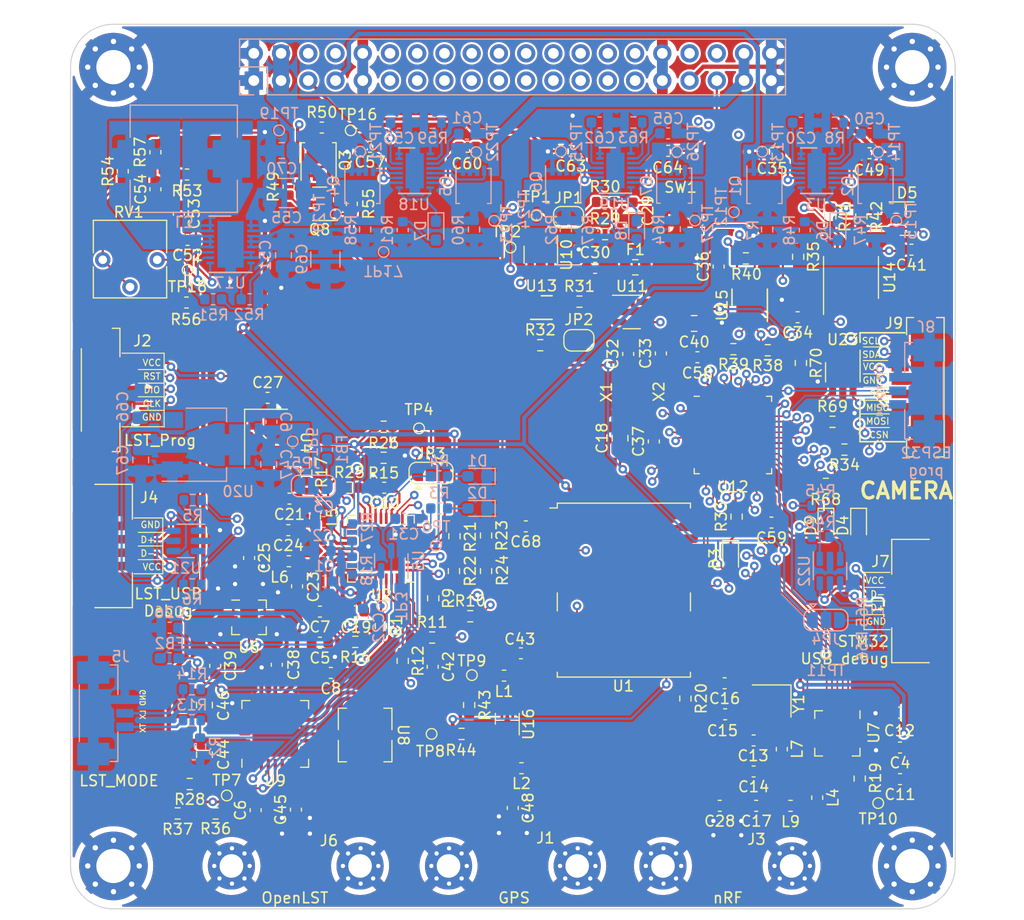
<source format=kicad_pcb>
(kicad_pcb (version 20211014) (generator pcbnew)

  (general
    (thickness 4.69)
  )

  (paper "A4")
  (layers
    (0 "F.Cu" signal)
    (1 "In1.Cu" signal)
    (2 "In2.Cu" signal)
    (31 "B.Cu" signal)
    (32 "B.Adhes" user "B.Adhesive")
    (33 "F.Adhes" user "F.Adhesive")
    (34 "B.Paste" user)
    (35 "F.Paste" user)
    (36 "B.SilkS" user "B.Silkscreen")
    (37 "F.SilkS" user "F.Silkscreen")
    (38 "B.Mask" user)
    (39 "F.Mask" user)
    (40 "Dwgs.User" user "User.Drawings")
    (41 "Cmts.User" user "User.Comments")
    (42 "Eco1.User" user "User.Eco1")
    (43 "Eco2.User" user "User.Eco2")
    (44 "Edge.Cuts" user)
    (45 "Margin" user)
    (46 "B.CrtYd" user "B.Courtyard")
    (47 "F.CrtYd" user "F.Courtyard")
    (48 "B.Fab" user)
    (49 "F.Fab" user)
    (50 "User.1" user)
    (51 "User.2" user)
    (52 "User.3" user)
    (53 "User.4" user)
    (54 "User.5" user)
    (55 "User.6" user)
    (56 "User.7" user)
    (57 "User.8" user)
    (58 "User.9" user)
  )

  (setup
    (stackup
      (layer "F.SilkS" (type "Top Silk Screen"))
      (layer "F.Paste" (type "Top Solder Paste"))
      (layer "F.Mask" (type "Top Solder Mask") (thickness 0.01))
      (layer "F.Cu" (type "copper") (thickness 0.035))
      (layer "dielectric 1" (type "core") (thickness 1.51) (material "FR4") (epsilon_r 4.5) (loss_tangent 0.02))
      (layer "In1.Cu" (type "copper") (thickness 0.035))
      (layer "dielectric 2" (type "prepreg") (thickness 1.51) (material "FR4") (epsilon_r 4.5) (loss_tangent 0.02))
      (layer "In2.Cu" (type "copper") (thickness 0.035))
      (layer "dielectric 3" (type "core") (thickness 1.51) (material "FR4") (epsilon_r 4.5) (loss_tangent 0.02))
      (layer "B.Cu" (type "copper") (thickness 0.035))
      (layer "B.Mask" (type "Bottom Solder Mask") (thickness 0.01))
      (layer "B.Paste" (type "Bottom Solder Paste"))
      (layer "B.SilkS" (type "Bottom Silk Screen"))
      (copper_finish "None")
      (dielectric_constraints no)
    )
    (pad_to_mask_clearance 0)
    (pcbplotparams
      (layerselection 0x00010fc_ffffffff)
      (disableapertmacros false)
      (usegerberextensions false)
      (usegerberattributes true)
      (usegerberadvancedattributes true)
      (creategerberjobfile true)
      (svguseinch false)
      (svgprecision 6)
      (excludeedgelayer true)
      (plotframeref false)
      (viasonmask false)
      (mode 1)
      (useauxorigin false)
      (hpglpennumber 1)
      (hpglpenspeed 20)
      (hpglpendiameter 15.000000)
      (dxfpolygonmode true)
      (dxfimperialunits true)
      (dxfusepcbnewfont true)
      (psnegative false)
      (psa4output false)
      (plotreference true)
      (plotvalue true)
      (plotinvisibletext false)
      (sketchpadsonfab false)
      (subtractmaskfromsilk false)
      (outputformat 1)
      (mirror false)
      (drillshape 1)
      (scaleselection 1)
      (outputdirectory "")
    )
  )

  (net 0 "")
  (net 1 "Net-(C1-Pad1)")
  (net 2 "GND")
  (net 3 "+3V3")
  (net 4 "/OpenLST (Beacon)/PA_VAPC")
  (net 5 "+3V8")
  (net 6 "/OpenLST (Beacon)/VDD_USB_LST")
  (net 7 "Net-(C12-Pad1)")
  (net 8 "Net-(C13-Pad2)")
  (net 9 "Net-(C15-Pad1)")
  (net 10 "Net-(C16-Pad1)")
  (net 11 "Net-(C17-Pad1)")
  (net 12 "Net-(C17-Pad2)")
  (net 13 "/MCU/MCU_POWER")
  (net 14 "Net-(C19-Pad1)")
  (net 15 "/3V3 power share/VCC_EN")
  (net 16 "Net-(C21-Pad2)")
  (net 17 "Net-(C22-Pad1)")
  (net 18 "Net-(C23-Pad2)")
  (net 19 "Net-(C24-Pad1)")
  (net 20 "Net-(C24-Pad2)")
  (net 21 "Net-(C25-Pad2)")
  (net 22 "Net-(C26-Pad1)")
  (net 23 "Net-(C29-Pad1)")
  (net 24 "/3V3 power share/EPS#1")
  (net 25 "Net-(C35-Pad2)")
  (net 26 "Net-(C38-Pad1)")
  (net 27 "Net-(C38-Pad2)")
  (net 28 "Net-(C39-Pad1)")
  (net 29 "Net-(C39-Pad2)")
  (net 30 "/MCU/VREF")
  (net 31 "Net-(C42-Pad1)")
  (net 32 "Net-(C43-Pad1)")
  (net 33 "Net-(C43-Pad2)")
  (net 34 "Net-(C45-Pad1)")
  (net 35 "Net-(C45-Pad2)")
  (net 36 "Net-(C48-Pad1)")
  (net 37 "Net-(C48-Pad2)")
  (net 38 "Net-(C49-Pad1)")
  (net 39 "/3V3 power share/EPS#2")
  (net 40 "Net-(C50-Pad1)")
  (net 41 "VIN")
  (net 42 "Net-(C52-Pad1)")
  (net 43 "Net-(C52-Pad2)")
  (net 44 "Net-(C53-Pad1)")
  (net 45 "Net-(C54-Pad1)")
  (net 46 "/Power Convertor/VBAT1/VCC_EN")
  (net 47 "/Power Convertor/EPS#1_VBAT")
  (net 48 "Net-(C57-Pad2)")
  (net 49 "Net-(C60-Pad1)")
  (net 50 "/Power Convertor/EPS#2_VBAT")
  (net 51 "Net-(C61-Pad1)")
  (net 52 "/5V power share/VCC_EN")
  (net 53 "/5V power share/EPS#1")
  (net 54 "Net-(C63-Pad2)")
  (net 55 "Net-(C64-Pad1)")
  (net 56 "/5V power share/EPS#2")
  (net 57 "Net-(C65-Pad1)")
  (net 58 "/OpenLST (Beacon)/USB_POWER_LST")
  (net 59 "Net-(D1-Pad2)")
  (net 60 "Net-(D2-Pad2)")
  (net 61 "Net-(D3-Pad1)")
  (net 62 "Net-(D4-Pad1)")
  (net 63 "/MCU/CAN_L")
  (net 64 "/MCU/CAN_H")
  (net 65 "Net-(D6-Pad1)")
  (net 66 "Net-(D6-Pad2)")
  (net 67 "Net-(D7-Pad1)")
  (net 68 "Net-(D7-Pad2)")
  (net 69 "Net-(D8-Pad1)")
  (net 70 "Net-(D8-Pad2)")
  (net 71 "Net-(D9-Pad1)")
  (net 72 "Net-(F1-Pad2)")
  (net 73 "Net-(FB1-Pad1)")
  (net 74 "/OpenLST (Beacon)/PROG_DD")
  (net 75 "/OpenLST (Beacon)/PROG_DC")
  (net 76 "/OpenLST (Beacon)/~{LST_RESET}")
  (net 77 "/MCU/USB_POWER")
  (net 78 "/MCU/SWCLK")
  (net 79 "/MCU/SWDIO")
  (net 80 "/MCU/QSPI_D1{slash}CAM_CSN")
  (net 81 "/MCU/QSPI_D2{slash}CAM_MOSI")
  (net 82 "/MCU/QSPI_D3{slash}CAM_MISO")
  (net 83 "/MCU/LED1_QSPI")
  (net 84 "+5V")
  (net 85 "/I2C_SDA")
  (net 86 "/I2C_SCL")
  (net 87 "unconnected-(J12-Pad6)")
  (net 88 "unconnected-(J12-Pad8)")
  (net 89 "unconnected-(J12-Pad11)")
  (net 90 "unconnected-(J12-Pad12)")
  (net 91 "unconnected-(J12-Pad13)")
  (net 92 "unconnected-(J12-Pad14)")
  (net 93 "unconnected-(J12-Pad15)")
  (net 94 "unconnected-(J12-Pad16)")
  (net 95 "unconnected-(J12-Pad17)")
  (net 96 "unconnected-(J12-Pad18)")
  (net 97 "/MCU/RS_485_~{B}")
  (net 98 "/MCU/RS_485_A")
  (net 99 "unconnected-(J12-Pad23)")
  (net 100 "unconnected-(J12-Pad24)")
  (net 101 "/MCU/LED1_CAM")
  (net 102 "/MCU/QSPI_SCK")
  (net 103 "/MCU/QSPI_NCS")
  (net 104 "unconnected-(J12-Pad34)")
  (net 105 "unconnected-(J12-Pad36)")
  (net 106 "Net-(JP1-Pad1)")
  (net 107 "/MCU/NRST")
  (net 108 "Net-(JP2-Pad1)")
  (net 109 "Net-(JP2-Pad2)")
  (net 110 "/OpenLST (Beacon)/RF_EN")
  (net 111 "/OpenLST (Beacon)/RF_EN_MCU")
  (net 112 "/OpenLST (Beacon)/RF_PWR_EN")
  (net 113 "Net-(JP4-Pad3)")
  (net 114 "/MCU/VDD_USB")
  (net 115 "Net-(L3-Pad1)")
  (net 116 "Net-(L3-Pad2)")
  (net 117 "Net-(L4-Pad1)")
  (net 118 "Net-(L4-Pad2)")
  (net 119 "Net-(Q1-Pad5)")
  (net 120 "Net-(Q1-Pad4)")
  (net 121 "Net-(Q2-Pad4)")
  (net 122 "Net-(Q2-Pad5)")
  (net 123 "Net-(Q3-Pad4)")
  (net 124 "Net-(Q3-Pad5)")
  (net 125 "Net-(Q4-Pad5)")
  (net 126 "Net-(Q4-Pad4)")
  (net 127 "Net-(Q5-Pad4)")
  (net 128 "Net-(Q5-Pad5)")
  (net 129 "Net-(Q6-Pad5)")
  (net 130 "Net-(Q6-Pad4)")
  (net 131 "Net-(Q7-Pad4)")
  (net 132 "Net-(Q7-Pad5)")
  (net 133 "/OpenLST (Beacon)/~{LST_RX_MODE}")
  (net 134 "/OpenLST (Beacon)/LST_TX_MODE")
  (net 135 "Net-(R3-Pad2)")
  (net 136 "Net-(R4-Pad2)")
  (net 137 "Net-(R5-Pad1)")
  (net 138 "/OpenLST (Beacon)/USB_N")
  (net 139 "/OpenLST (Beacon)/USB_P")
  (net 140 "Net-(R6-Pad2)")
  (net 141 "Net-(R8-Pad2)")
  (net 142 "Net-(R9-Pad1)")
  (net 143 "/OpenLST (Beacon)/UART0_CTS")
  (net 144 "Net-(R10-Pad1)")
  (net 145 "/OpenLST (Beacon)/UART0_RTS")
  (net 146 "Net-(R11-Pad1)")
  (net 147 "/OpenLST (Beacon)/UART0_RX")
  (net 148 "Net-(R12-Pad1)")
  (net 149 "/OpenLST (Beacon)/UART0_TX")
  (net 150 "Net-(R15-Pad2)")
  (net 151 "Net-(R16-Pad2)")
  (net 152 "Net-(R17-Pad1)")
  (net 153 "Net-(R17-Pad2)")
  (net 154 "Net-(R19-Pad2)")
  (net 155 "/OpenLST (Beacon)/AN0")
  (net 156 "/OpenLST (Beacon)/AN1")
  (net 157 "Net-(R25-Pad2)")
  (net 158 "/OpenLST (Beacon)/RF_BYP")
  (net 159 "Net-(R32-Pad1)")
  (net 160 "/MCU/LED2")
  (net 161 "/MCU/CAN_RS")
  (net 162 "/MCU/RS_485_R_EN")
  (net 163 "/MCU/RS_485_T_EN")
  (net 164 "Net-(R43-Pad2)")
  (net 165 "Net-(R44-Pad1)")
  (net 166 "Net-(R44-Pad2)")
  (net 167 "Net-(R45-Pad1)")
  (net 168 "/MCU/USB_N")
  (net 169 "/MCU/USB_P")
  (net 170 "Net-(R46-Pad2)")
  (net 171 "Net-(R51-Pad2)")
  (net 172 "Net-(R52-Pad1)")
  (net 173 "Net-(R54-Pad2)")
  (net 174 "Net-(R59-Pad2)")
  (net 175 "Net-(R63-Pad2)")
  (net 176 "unconnected-(U1-Pad1)")
  (net 177 "unconnected-(U1-Pad3)")
  (net 178 "/GPS Module/IRQ")
  (net 179 "unconnected-(U1-Pad5)")
  (net 180 "unconnected-(U1-Pad6)")
  (net 181 "/GPS Module/RESET")
  (net 182 "unconnected-(U1-Pad15)")
  (net 183 "unconnected-(U1-Pad16)")
  (net 184 "unconnected-(U1-Pad17)")
  (net 185 "/GPS Module/TXD")
  (net 186 "/GPS Module/RXD")
  (net 187 "unconnected-(U2-Pad8)")
  (net 188 "unconnected-(U2-Pad18)")
  (net 189 "unconnected-(U2-Pad20)")
  (net 190 "/MCU/NRF_CE")
  (net 191 "/MCU/NRF_SPI_CSN")
  (net 192 "/MCU/NRF_SPI_SCK")
  (net 193 "/MCU/NRF_SPI_MOSI")
  (net 194 "/MCU/NRF_SPI_MISO")
  (net 195 "/MCU/NRF_IRQ")
  (net 196 "Net-(U8-Pad2)")
  (net 197 "Net-(U8-Pad6)")
  (net 198 "unconnected-(U9-Pad14)")
  (net 199 "unconnected-(U9-Pad16)")
  (net 200 "unconnected-(U9-Pad25)")
  (net 201 "unconnected-(U10-Pad3)")
  (net 202 "/MCU/WDG_RESET")
  (net 203 "unconnected-(U11-Pad3)")
  (net 204 "unconnected-(U12-Pad1)")
  (net 205 "/MCU/LSE")
  (net 206 "/MCU/HSE")
  (net 207 "/MCU/CAN_RX")
  (net 208 "/MCU/CAN_TX")
  (net 209 "unconnected-(U13-Pad3)")
  (net 210 "/MCU/RS_485_R")
  (net 211 "/MCU/RS_485_T")
  (net 212 "unconnected-(U15-Pad7)")
  (net 213 "unconnected-(X1-Pad1)")
  (net 214 "unconnected-(U6-Pad4)")
  (net 215 "/camera/CAM_VCC")
  (net 216 "Net-(R70-Pad1)")
  (net 217 "Net-(J4-Pad2)")
  (net 218 "Net-(J4-Pad3)")
  (net 219 "Net-(J5-Pad1)")
  (net 220 "Net-(J5-Pad2)")
  (net 221 "Net-(U22-Pad4)")
  (net 222 "Net-(U22-Pad6)")

  (footprint "Capacitor_SMD:C_0805_2012Metric_Pad1.18x1.45mm_HandSolder" (layer "F.Cu") (at 143.1544 71.9044))

  (footprint "TCY_Buttons:KMT031NGJLHS" (layer "F.Cu") (at 141.8844 61.5881))

  (footprint "Resistor_SMD:R_0603_1608Metric" (layer "F.Cu") (at 98.5276 117.602))

  (footprint "Resistor_SMD:R_0603_1608Metric" (layer "F.Cu") (at 158.75 61.9252 -90))

  (footprint "Package_DFN_QFN:QFN-20-1EP_4x4mm_P0.5mm_EP2.5x2.5mm" (layer "F.Cu") (at 156.5148 110.1344 -90))

  (footprint "MountingHole:MountingHole_3.2mm_M3_Pad_Via" (layer "F.Cu") (at 163.5 122.5))

  (footprint "Resistor_SMD:R_0603_1608Metric" (layer "F.Cu") (at 120.8024 91.7448 90))

  (footprint "Capacitor_SMD:C_0603_1608Metric" (layer "F.Cu") (at 98.4905 103.8352 -90))

  (footprint "Resistor_SMD:R_0603_1608Metric" (layer "F.Cu") (at 147.9804 65.8368 180))

  (footprint "Inductor_SMD:L_0603_1608Metric" (layer "F.Cu") (at 107.7976 89.9668 -90))

  (footprint "Resistor_SMD:R_0603_1608Metric" (layer "F.Cu") (at 121.4628 110.1852))

  (footprint "MountingHole:MountingHole_3.2mm_M3_Pad_Via" (layer "F.Cu") (at 89 48))

  (footprint "Capacitor_SMD:C_0603_1608Metric" (layer "F.Cu") (at 105.41 88.2396))

  (footprint "TCY_Connector:Amphenol 10114830-11104LF 1x04 Vertical" (layer "F.Cu") (at 88.265 92.6592 -90))

  (footprint "Capacitor_SMD:C_0603_1608Metric" (layer "F.Cu") (at 127.4572 90.8304 180))

  (footprint "Capacitor_SMD:C_0603_1608Metric" (layer "F.Cu") (at 152.8064 71.3232 180))

  (footprint "Resistor_SMD:R_0603_1608Metric" (layer "F.Cu") (at 153.1112 75.5904 -90))

  (footprint "Capacitor_SMD:C_0603_1608Metric" (layer "F.Cu") (at 114.2492 87.2236 180))

  (footprint "Inductor_SMD:L_0603_1608Metric" (layer "F.Cu") (at 127.0508 113.3856))

  (footprint "RF_GPS:ublox_NEO" (layer "F.Cu") (at 136.6012 96.774))

  (footprint "Package_TO_SOT_SMD:SOT-23-6_Handsoldering" (layer "F.Cu") (at 157.0228 76.454 -90))

  (footprint "Capacitor_SMD:C_0603_1608Metric" (layer "F.Cu") (at 108.2548 98.7792 180))

  (footprint "Inductor_SMD:L_0603_1608Metric" (layer "F.Cu") (at 105.3344 59.1454 90))

  (footprint "Resistor_SMD:R_0603_1608Metric" (layer "F.Cu") (at 158.5976 114.3508 90))

  (footprint "Jumper:SolderJumper-2_P1.3mm_Open_RoundedPad1.0x1.5mm" (layer "F.Cu") (at 132.4108 73.4753 180))

  (footprint "Capacitor_SMD:C_0603_1608Metric" (layer "F.Cu") (at 118.7704 103.9238 90))

  (footprint "Jumper:SolderJumper-2_P1.3mm_Open_RoundedPad1.0x1.5mm" (layer "F.Cu") (at 131.4456 61.9945))

  (footprint "Inductor_SMD:L_0603_1608Metric" (layer "F.Cu") (at 95.8596 58.0136))

  (footprint "Capacitor_SMD:C_0603_1608Metric" (layer "F.Cu") (at 133.9218 66.7189))

  (footprint "Capacitor_SMD:C_0603_1608Metric" (layer "F.Cu") (at 127 102.6668 180))

  (footprint "Capacitor_SMD:C_0603_1608Metric" (layer "F.Cu") (at 148.7046 113.6904))

  (footprint "MountingHole:MountingHole_3.2mm_M3_Pad_Via" (layer "F.Cu") (at 163.5 48))

  (footprint "Resistor_SMD:R_0603_1608Metric" (layer "F.Cu") (at 111.5568 101.6 180))

  (footprint "Resistor_SMD:R_0603_1608Metric" (layer "F.Cu") (at 118.8212 97.536 -90))

  (footprint "Resistor_SMD:R_0603_1608Metric" (layer "F.Cu") (at 134.8492 60.5721))

  (footprint "Resistor_SMD:R_0603_1608Metric" (layer "F.Cu") (at 157.1752 83.6676 180))

  (footprint "Capacitor_SMD:C_0603_1608Metric" (layer "F.Cu") (at 122.0216 55.4228))

  (footprint "TCY_Connector:TestPoint_Pad_D0.5mm" (layer "F.Cu") (at 122.428 104.6988))

  (footprint "Resistor_SMD:R_0603_1608Metric" (layer "F.Cu") (at 123.7488 94.996 90))

  (footprint "Resistor_SMD:R_0603_1608Metric" (layer "F.Cu") (at 115.9764 103.378 -90))

  (footprint "Capacitor_SMD:C_0603_1608Metric" (layer "F.Cu") (at 139.3952 82.9056 90))

  (footprint "Resistor_SMD:R_0603_1608Metric" (layer "F.Cu") (at 110.998 87.2236))

  (footprint "Resistor_SMD:R_0603_1608Metric" (layer "F.Cu") (at 113.9444 100.1268 90))

  (footprint "footprints:iPEX" (layer "F.Cu") (at 146.25 122.5 180))

  (footprint "Capacitor_SMD:C_0603_1608Metric" (layer "F.Cu") (at 145.542 116.8908 180))

  (footprint "Capacitor_SMD:C_0603_1608Metric" (layer "F.Cu") (at 162.3568 114.4016 180))

  (footprint "Capacitor_SMD:C_0603_1608Metric" (layer "F.Cu") (at 112.9284 55.4228))

  (footprint "Inductor_SMD:L_0603_1608Metric" (layer "F.Cu") (at 151.3332 111.6076 -90))

  (footprint "Capacitor_SMD:C_0603_1608Metric" (layer "F.Cu") (at 137.414 61.3849 -90))

  (footprint "Capacitor_SMD:C_0603_1608Metric" (layer "F.Cu") (at 159.517223 56.0263))

  (footprint "Resistor_SMD:R_0603_1608Metric" (layer "F.Cu") (at 142.3416 106.8832 90))

  (footprint "Resistor_SMD:R_0603_1608Metric" (layer "F.Cu") (at 120.7516 94.996 90))

  (footprint "footprints:iPEX" (layer "F.Cu") (at 106 122.5 180))

  (footprint "Capacitor_SMD:C_0603_1608Metric" (layer "F.Cu") (at 105.3084 91.186 180))

  (footprint "TCY_Connector:TestPoint_Pad_D0.5mm" (layer "F.Cu") (at 117.5004 81.6864))

  (footprint "Package_DFN_QFN:DFN-10-1EP_3x3mm_P0.5mm_EP1.55x2.48mm" (layer "F.Cu")
    (tedit 5EA4BECA) (tstamp 64263d5c-9427-4c92-a73a-afe8e63e20fb)
    (at 148.336 70.2056 90)
    (descr "10-Lead Plastic Dual Flat, No Lead Package (MF) - 3x3x0.9 mm Body [DFN] (see Microchip Packaging Specification 00000049BS.pdf)")
    (tags "DFN 0.5")
    (property "Sheetfile" "mcu_comm.kicad_sch")
    (property "Sheetname" "MCU")
    (path "/81a5172c-b171-400d-8856-41d6e486bdd1/a66e8b44-b972-4f7b-ba80-f64e58de1944")
    (attr smd)
    (fp_text reference "U15" (at 0 -2.575 90) (layer "F.SilkS")
      (effects (font (size 1 1) (thickness 0.15)))
      (tstamp af58d6aa-33e4-4da2-8ea3-2304125e31c0)
    )
    (fp_text value "MAX13430ETB+" (at 0 2.575 90) (layer "F.Fab")
      (effects (font (size 1 1) (thickness 0.15)))
      (tstamp 94937ca0-c1d9-424d-88cf-010fb503f8a5)
    )
    (fp_text user "${REFERENCE}" (at 0 0 90) (layer "F.Fab")
      (effects (font (size 0.7 0.7) (thickness 0.105)))
      (tstamp 67a55320-79e2-4952-9d6a-671cbdcfc9f7)
    )
    (fp_line (start -1.5 1.65) (end 1.5 1.65) (layer "F.SilkS") (width 0.15) (tstamp 47b3834c-8a87-4af3-9143-c88b9cd89304))
    (fp_line (start 0 -1.65) (end 1.5 -1.65) (layer "F.SilkS") (width 0.15) (tstamp adc74667-5dec-4b95-9d35-ffc7db9ad260))
    (fp_line (start -2.15 -1.85) (end -2.15 1.85) (layer "F.CrtYd") (width 0.05) (tstamp 20c401b1-c1bb-42cd-8ef2-fd89663a6cf3))
    (fp_line (start -2.15 1.85) (end 2.15 1.85) (layer "F.CrtYd") (width 0.05) (tstamp a7098063-91db-4dae-8c97-631051e8de0e))
    (fp_line (start 2.15 -1.85) (end 2.15 1.85) (layer "F.CrtYd") (width 0.05) (tstamp d1594cc0-0357-4de5-8d76-bb3a044297b2))
    (fp_line (start -2.15 -1.85) (end 2.15 -1.85) (layer "F.CrtYd") (width 0.05) (tstamp d500cfb3-be5f-4c90-8432-d0e5e29eda2a))
    (fp_line (start -1.5 -0.5) (end -0.5 -1.5) (layer "F.Fab") (width 0.15) (tstamp 4013842c-f594-4f18-a07a-785be971cdaf))
    (fp_line (start -1.5 1.5) (end -1.5 -0.5) (layer "F.Fab") (width 0.15) (tstamp 68cc97a1-6c76-411f-a28b-36162918d55d))
    (fp_line (start 1.5 1.5) (end -1.5 1.5) (layer "F.Fab") (width 0.15) (tstamp 6a2b63d3-b52c-4af8-b72e-63fe811d3d24))
    (fp_line (start 1.5 -1.5) (end 1.5 1.5) (layer "F.Fab") (width 0.15) (tstamp b6b0b082-3ad5-486d-9247-7e4db31838ef))
    (fp_line (start -0.5 -1.5) (end 1.5 -1.5) (layer "F.Fab") (width 0.15) (tstamp c40a33aa-f777-4109-9efd-12123c039897))
    (pad "" smd rect locked (at 0.3875 0.62 90) (size 0.6 1.05) (layers "F.Paste") (tstamp 13432df8-5be2-422d-b431-13bedccbff4d))
    (pad "" smd rect locked (at -0.3875 -0.62 90) (size 0.6 1.05) (layers "F.Paste") (tstamp 4be9d67c-a6f3-435e-8133-0f53bd74a878))
    (pad "" smd rect locked (at -0.3875 0.62 90) (size 0.6 1.05) (layers "F.Paste") (tstamp 5d69c2f3-acbd-4c54-bda2-b7785c2010cf))
    (pad "" smd rect locked (at 0.3875 -0.62 90) (size 0.6 1.05) (layers "F.Paste") (tstam
... [3672734 chars truncated]
</source>
